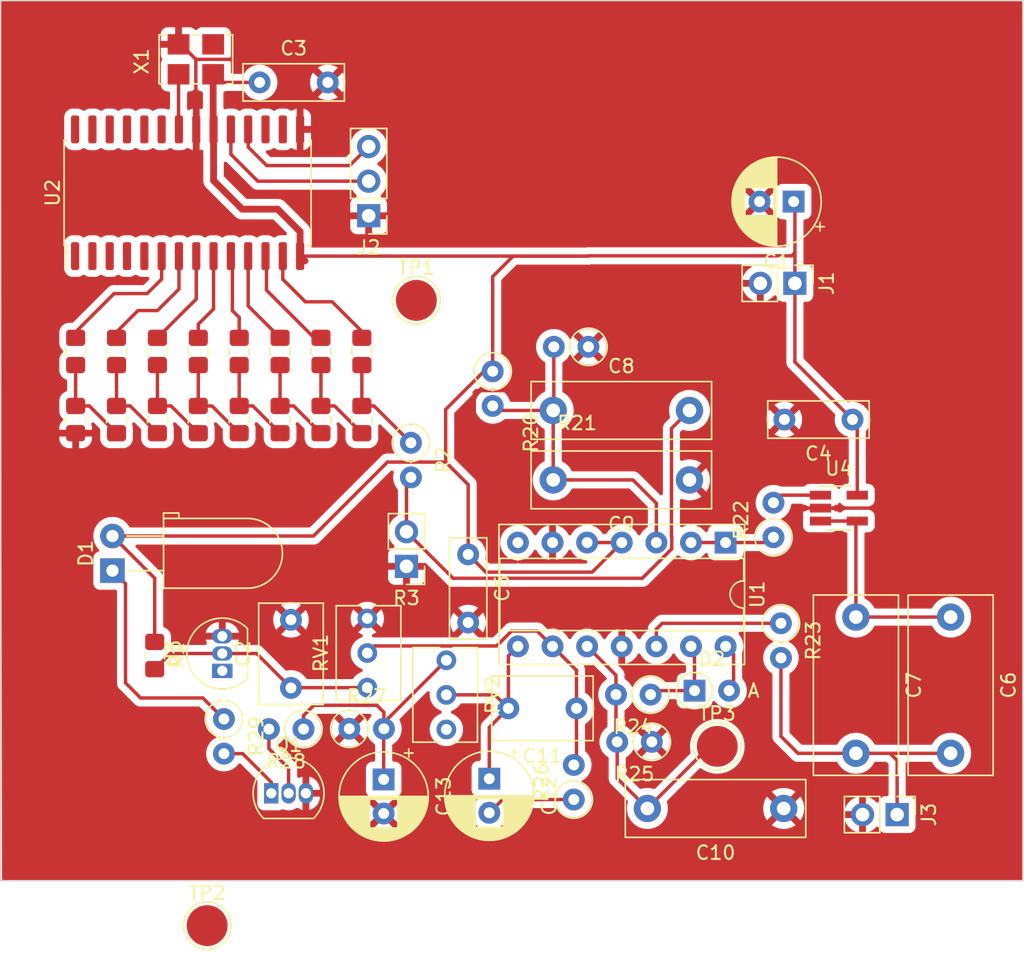
<source format=kicad_pcb>
(kicad_pcb (version 20221018) (generator pcbnew)
  (layers (0 "F.Cu" signal) (31 "B.Cu" signal) (34 "B.Paste" user) (35 "F.Paste" user) (36 "B.SilkS" user "B.Silkscreen") (37 "F.SilkS" user "F.Silkscreen") (38 "B.Mask" user) (39 "F.Mask" user) (44 "Edge.Cuts" user))
  (net 0 "")
  (net 1 "+3V0")
  (net 2 "GND")
  (net 3 "/Output Filter/IN")
  (net 4 "+1V2")
  (net 5 "Net-(D2-K)")
  (net 6 "/Autogain/OUT")
  (net 7 "Net-(D2-A)")
  (net 8 "Net-(J2-Pin_2)")
  (net 9 "Net-(J2-Pin_3)")
  (net 10 "/R-2R DAC/OUT")
  (net 11 "/R-2R DAC/BUS7")
  (net 12 "/R-2R DAC/BUS6")
  (net 13 "Net-(R11-Pad2)")
  (net 14 "/R-2R DAC/BUS5")
  (net 15 "Net-(R12-Pad2)")
  (net 16 "/R-2R DAC/BUS4")
  (net 17 "Net-(R13-Pad2)")
  (net 18 "/R-2R DAC/BUS3")
  (net 19 "Net-(R14-Pad2)")
  (net 20 "/R-2R DAC/BUS2")
  (net 21 "Net-(R15-Pad2)")
  (net 22 "/R-2R DAC/BUS1")
  (net 23 "Net-(R16-Pad2)")
  (net 24 "/R-2R DAC/BUS0")
  (net 25 "Net-(R10-Pad2)")
  (net 26 "Net-(U1A-+)")
  (net 27 "Net-(U4--)")
  (net 35 "Net-(U2-PA0)")
  (net 42 "/Output Filter/OUT")
  (net 45 "Net-(C11-Pad2)")
  (net 46 "Net-(Q1-C)")
  (net 47 "Net-(Q1-B)")
  (net 49 "Net-(U1C-+)")
  (net 50 "Net-(C12-Pad2)")
  (net 51 "Net-(C13-Pad1)")
  (net 52 "Net-(U1D-+)")
  (net 54 "Net-(U1A--)")
  (net 55 "/Autogain/IN")
  (net 56 "Net-(U1C--)")
  (footprint "Resistor_THT:R_Axial_DIN0207_L6.3mm_D2.5mm_P2.54mm_Vertical" (layer "F.Cu") (at 126.6 104.705 -90)
    (fp_text reference "R2" (at 1.27 -2.37 90) (layer "F.SilkS"))
    (fp_text value "5k")
    (pad "1" thru_hole circle (at 0 0 270) (size 1.6 1.6) (drill 0.8) (layers "*.Cu" "*.Mask") (net 10 "/R-2R DAC/OUT"))
    (pad "2" thru_hole oval (at 2.54 0 270) (size 1.6 1.6) (drill 0.8) (layers "*.Cu" "*.Mask") (net 3 "/Output Filter/IN"))
  )
  (footprint "Capacitor_THT:C_Rect_L7.2mm_W4.5mm_P5.00mm_FKS2_FKP2_MKS2_MKP2" (layer "F.Cu") (at 117.8 122.7 90)
    (fp_text reference "C2" (at 2.5 -3.5 90) (layer "F.SilkS"))
    (fp_text value "1u")
    (pad "1" thru_hole circle (at 0 0 90) (size 1.6 1.6) (drill 0.8) (layers "*.Cu" "*.Mask") (net 4 "+1V2"))
    (pad "2" thru_hole circle (at 5 0 90) (size 1.6 1.6) (drill 0.8) (layers "*.Cu" "*.Mask") (net 2 "GND"))
  )
  (footprint "Connector_PinHeader_2.54mm:PinHeader_1x02_P2.54mm_Vertical" (layer "F.Cu") (at 154.775 93 -90)
    (fp_text reference "J1" (at 0 -2.33 90) (layer "F.SilkS"))
    (fp_text value "POWER")
    (pad "1" thru_hole rect (at 0 0 270) (size 1.7 1.7) (drill 1) (layers "*.Cu" "*.Mask") (net 1 "+3V0"))
    (pad "2" thru_hole oval (at 0 2.54 270) (size 1.7 1.7) (drill 1) (layers "*.Cu" "*.Mask") (net 2 "GND"))
  )
  (footprint "Resistor_SMD:R_0805_2012Metric_Pad1.20x1.40mm_HandSolder" (layer "F.Cu") (at 120 98 -90)
    (fp_text reference "R5" hide)
    (fp_text value "2k")
    (pad "1" smd roundrect (at -1 0 270) (size 1.2 1.4) (layers "F.Cu" "F.Paste" "F.Mask") (roundrect_rratio 0.2083333333) (net 12 "/R-2R DAC/BUS6"))
    (pad "2" smd roundrect (at 1 0 270) (size 1.2 1.4) (layers "F.Cu" "F.Paste" "F.Mask") (roundrect_rratio 0.2083333333) (net 15 "Net-(R12-Pad2)"))
  )
  (footprint "Resistor_THT:R_Axial_DIN0207_L6.3mm_D2.5mm_P2.54mm_Vertical" (layer "F.Cu") (at 132.6 99.46 -90)
    (fp_text reference "R20" (at 4.5 -2.81 90) (layer "F.SilkS"))
    (fp_text value "100k")
    (pad "1" thru_hole circle (at 0 0 270) (size 1.6 1.6) (drill 0.8) (layers "*.Cu" "*.Mask") (net 1 "+3V0"))
    (pad "2" thru_hole oval (at 2.54 0 270) (size 1.6 1.6) (drill 0.8) (layers "*.Cu" "*.Mask") (net 26 "Net-(U1A-+)"))
  )
  (footprint "Package_TO_SOT_SMD:SOT-23-5_HandSoldering" (layer "F.Cu") (at 158 109.5)
    (fp_text reference "U4" (at 0 -2.9) (layer "F.SilkS"))
    (fp_text value "LMV321")
    (pad "1" smd rect (at -1.35 -0.95) (size 1.56 0.65) (layers "F.Cu" "F.Paste" "F.Mask") (net 42 "/Output Filter/OUT"))
    (pad "2" smd rect (at -1.35 0) (size 1.56 0.65) (layers "F.Cu" "F.Paste" "F.Mask") (net 2 "GND"))
    (pad "3" smd rect (at -1.35 0.95) (size 1.56 0.65) (layers "F.Cu" "F.Paste" "F.Mask") (net 27 "Net-(U4--)"))
    (pad "4" smd rect (at 1.35 0.95) (size 1.56 0.65) (layers "F.Cu" "F.Paste" "F.Mask") (net 27 "Net-(U4--)"))
    (pad "5" smd rect (at 1.35 -0.95) (size 1.56 0.65) (layers "F.Cu" "F.Paste" "F.Mask") (net 1 "+3V0"))
  )
  (footprint "Connector_PinHeader_2.54mm:PinHeader_1x02_P2.54mm_Vertical" (layer "F.Cu") (at 162.275 132 -90)
    (fp_text reference "J3" (at 0 -2.33 90) (layer "F.SilkS"))
    (fp_text value "OUTPUT")
    (pad "1" thru_hole rect (at 0 0 270) (size 1.7 1.7) (drill 1) (layers "*.Cu" "*.Mask") (net 55 "/Autogain/IN"))
    (pad "2" thru_hole oval (at 0 2.54 270) (size 1.7 1.7) (drill 1) (layers "*.Cu" "*.Mask") (net 2 "GND"))
  )
  (footprint "Resistor_THT:R_Axial_DIN0207_L6.3mm_D2.5mm_P2.54mm_Vertical" (layer "F.Cu") (at 118.72 125.725 180)
    (fp_text reference "R28" (at 1.27 -2.37) (layer "F.SilkS"))
    (fp_text value "100")
    (pad "1" thru_hole circle (at 0 0 180) (size 1.6 1.6) (drill 0.8) (layers "*.Cu" "*.Mask") (net 51 "Net-(C13-Pad1)"))
    (pad "2" thru_hole oval (at 2.54 0 180) (size 1.6 1.6) (drill 0.8) (layers "*.Cu" "*.Mask") (net 47 "Net-(Q1-B)"))
  )
  (footprint "Capacitor_THT:C_Rect_L13.0mm_W4.0mm_P10.00mm_FKS3_FKP3_MKS4" (layer "F.Cu") (at 137.04 102.33)
    (fp_text reference "C8" (at 5 -3.25) (layer "F.SilkS"))
    (fp_text value "10n")
    (pad "1" thru_hole circle (at 0 0) (size 2 2) (drill 1) (layers "*.Cu" "*.Mask") (net 26 "Net-(U1A-+)"))
    (pad "2" thru_hole circle (at 10 0) (size 2 2) (drill 1) (layers "*.Cu" "*.Mask") (net 3 "/Output Filter/IN"))
  )
  (footprint "Connector_PinHeader_2.54mm:PinHeader_1x02_P2.54mm_Vertical" (layer "F.Cu") (at 126.275 113.775 180)
    (fp_text reference "R3" (at 0 -2.33) (layer "F.SilkS"))
    (fp_text value "R_Photo")
    (pad "1" thru_hole rect (at 0 0 180) (size 1.7 1.7) (drill 1) (layers "*.Cu" "*.Mask") (net 2 "GND"))
    (pad "2" thru_hole oval (at 0 2.54 180) (size 1.7 1.7) (drill 1) (layers "*.Cu" "*.Mask") (net 3 "/Output Filter/IN"))
  )
  (footprint "Resistor_SMD:R_0805_2012Metric_Pad1.20x1.40mm_HandSolder" (layer "F.Cu") (at 114 103 -90)
    (fp_text reference "R15" hide)
    (fp_text value "1k")
    (pad "1" smd roundrect (at -1 0 270) (size 1.2 1.4) (layers "F.Cu" "F.Paste" "F.Mask") (roundrect_rratio 0.2083333333) (net 19 "Net-(R14-Pad2)"))
    (pad "2" smd roundrect (at 1 0 270) (size 1.2 1.4) (layers "F.Cu" "F.Paste" "F.Mask") (roundrect_rratio 0.2083333333) (net 21 "Net-(R15-Pad2)"))
  )
  (footprint "Capacitor_THT:C_Rect_L7.2mm_W4.5mm_P5.00mm_FKS2_FKP2_MKS2_MKP2" (layer "F.Cu") (at 138.75 124.2 180)
    (fp_text reference "C11" (at 2.5 -3.5) (layer "F.SilkS"))
    (fp_text value "1u")
    (pad "1" thru_hole circle (at 0 0 180) (size 1.6 1.6) (drill 0.8) (layers "*.Cu" "*.Mask") (net 56 "Net-(U1C--)"))
    (pad "2" thru_hole circle (at 5 0 180) (size 1.6 1.6) (drill 0.8) (layers "*.Cu" "*.Mask") (net 45 "Net-(C11-Pad2)"))
  )
  (footprint "Resistor_SMD:R_0805_2012Metric_Pad1.20x1.40mm_HandSolder" (layer "F.Cu") (at 111 98 -90)
    (fp_text reference "R8" hide)
    (fp_text value "2k")
    (pad "1" smd roundrect (at -1 0 270) (size 1.2 1.4) (layers "F.Cu" "F.Paste" "F.Mask") (roundrect_rratio 0.2083333333) (net 18 "/R-2R DAC/BUS3"))
    (pad "2" smd roundrect (at 1 0 270) (size 1.2 1.4) (layers "F.Cu" "F.Paste" "F.Mask") (roundrect_rratio 0.2083333333) (net 21 "Net-(R15-Pad2)"))
  )
  (footprint "Capacitor_THT:C_Rect_L13.0mm_W4.0mm_P10.00mm_FKS3_FKP3_MKS4" (layer "F.Cu") (at 153.95 131.55 180)
    (fp_text reference "C10" (at 5 -3.25) (layer "F.SilkS"))
    (fp_text value "10n")
    (pad "1" thru_hole circle (at 0 0 180) (size 2 2) (drill 1) (layers "*.Cu" "*.Mask") (net 2 "GND"))
    (pad "2" thru_hole circle (at 10 0 180) (size 2 2) (drill 1) (layers "*.Cu" "*.Mask") (net 49 "Net-(U1C-+)"))
  )
  (footprint "LED_THT:LED_D5.0mm_Horizontal_O3.81mm_Z3.0mm" (layer "F.Cu") (at 104.7 114.09 90)
    (fp_text reference "D1" (at 1.27 -1.96 90) (layer "F.SilkS"))
    (fp_text value "LED")
    (pad "1" thru_hole rect (at 0 0 90) (size 1.8 1.8) (drill 0.9) (layers "*.Cu" "*.Mask") (net 6 "/Autogain/OUT"))
    (pad "2" thru_hole circle (at 2.54 0 90) (size 1.8 1.8) (drill 0.9) (layers "*.Cu" "*.Mask") (net 1 "+3V0"))
  )
  (footprint "Resistor_SMD:R_0805_2012Metric_Pad1.20x1.40mm_HandSolder" (layer "F.Cu") (at 114 98 -90)
    (fp_text reference "R7" hide)
    (fp_text value "2k")
    (pad "1" smd roundrect (at -1 0 270) (size 1.2 1.4) (layers "F.Cu" "F.Paste" "F.Mask") (roundrect_rratio 0.2083333333) (net 16 "/R-2R DAC/BUS4"))
    (pad "2" smd roundrect (at 1 0 270) (size 1.2 1.4) (layers "F.Cu" "F.Paste" "F.Mask") (roundrect_rratio 0.2083333333) (net 19 "Net-(R14-Pad2)"))
  )
  (footprint "Resistor_THT:R_Axial_DIN0207_L6.3mm_D2.5mm_P2.54mm_Vertical" (layer "F.Cu") (at 112.88 124.985 -90)
    (fp_text reference "R29" (at 1.27 -2.37 90) (layer "F.SilkS"))
    (fp_text value "100")
    (pad "1" thru_hole circle (at 0 0 270) (size 1.6 1.6) (drill 0.8) (layers "*.Cu" "*.Mask") (net 6 "/Autogain/OUT"))
    (pad "2" thru_hole oval (at 2.54 0 270) (size 1.6 1.6) (drill 0.8) (layers "*.Cu" "*.Mask") (net 46 "Net-(Q1-C)"))
  )
  (footprint "Resistor_THT:R_Axial_DIN0207_L6.3mm_D2.5mm_P2.54mm_Vertical" (layer "F.Cu") (at 138.55 130.895 90)
    (fp_text reference "R26" (at 1.27 -2.37 90) (layer "F.SilkS"))
    (fp_text value "10k")
    (pad "1" thru_hole circle (at 0 0 90) (size 1.6 1.6) (drill 0.8) (layers "*.Cu" "*.Mask") (net 50 "Net-(C12-Pad2)"))
    (pad "2" thru_hole oval (at 2.54 0 90) (size 1.6 1.6) (drill 0.8) (layers "*.Cu" "*.Mask") (net 56 "Net-(U1C--)"))
  )
  (footprint "Resistor_SMD:R_0805_2012Metric_Pad1.20x1.40mm_HandSolder" (layer "F.Cu") (at 105 103 -90)
    (fp_text reference "R18" hide)
    (fp_text value "1k")
    (pad "1" smd roundrect (at -1 0 270) (size 1.2 1.4) (layers "F.Cu" "F.Paste" "F.Mask") (roundrect_rratio 0.2083333333) (net 25 "Net-(R10-Pad2)"))
    (pad "2" smd roundrect (at 1 0 270) (size 1.2 1.4) (layers "F.Cu" "F.Paste" "F.Mask") (roundrect_rratio 0.2083333333) (net 13 "Net-(R11-Pad2)"))
  )
  (footprint "Resistor_SMD:R_0805_2012Metric_Pad1.20x1.40mm_HandSolder" (layer "F.Cu") (at 111 103 -90)
    (fp_text reference "R16" hide)
    (fp_text value "1k")
    (pad "1" smd roundrect (at -1 0 270) (size 1.2 1.4) (layers "F.Cu" "F.Paste" "F.Mask") (roundrect_rratio 0.2083333333) (net 21 "Net-(R15-Pad2)"))
    (pad "2" smd roundrect (at 1 0 270) (size 1.2 1.4) (layers "F.Cu" "F.Paste" "F.Mask") (roundrect_rratio 0.2083333333) (net 23 "Net-(R16-Pad2)"))
  )
  (footprint "Resistor_THT:R_Axial_DIN0207_L6.3mm_D2.5mm_P2.54mm_Vertical" (layer "F.Cu") (at 139.625 97.66 180)
    (fp_text reference "R21" (at 0.83 -5.6) (layer "F.SilkS"))
    (fp_text value "100k")
    (pad "1" thru_hole circle (at 0 0 180) (size 1.6 1.6) (drill 0.8) (layers "*.Cu" "*.Mask") (net 2 "GND"))
    (pad "2" thru_hole oval (at 2.54 0 180) (size 1.6 1.6) (drill 0.8) (layers "*.Cu" "*.Mask") (net 26 "Net-(U1A-+)"))
  )
  (footprint "Resistor_THT:R_Axial_DIN0207_L6.3mm_D2.5mm_P2.54mm_Vertical" (layer "F.Cu") (at 153.2 111.645 90)
    (fp_text reference "R22" (at 1.27 -2.37 90) (layer "F.SilkS"))
    (fp_text value "100")
    (pad "1" thru_hole circle (at 0 0 90) (size 1.6 1.6) (drill 0.8) (layers "*.Cu" "*.Mask") (net 54 "Net-(U1A--)"))
    (pad "2" thru_hole oval (at 2.54 0 90) (size 1.6 1.6) (drill 0.8) (layers "*.Cu" "*.Mask") (net 42 "/Output Filter/OUT"))
  )
  (footprint "Resistor_SMD:R_0805_2012Metric_Pad1.20x1.40mm_HandSolder" (layer "F.Cu") (at 107.8 120.325 -90)
    (fp_text reference "R1" (at 0 -1.65 90) (layer "F.SilkS"))
    (fp_text value "1k")
    (pad "1" smd roundrect (at -1 0 270) (size 1.2 1.4) (layers "F.Cu" "F.Paste" "F.Mask") (roundrect_rratio 0.208333) (net 1 "+3V0"))
    (pad "2" smd roundrect (at 1 0 270) (size 1.2 1.4) (layers "F.Cu" "F.Paste" "F.Mask") (roundrect_rratio 0.208333) (net 4 "+1V2"))
  )
  (footprint "Resistor_SMD:R_0805_2012Metric_Pad1.20x1.40mm_HandSolder" (layer "F.Cu") (at 120 103 -90)
    (fp_text reference "R13" hide)
    (fp_text value "1k")
    (pad "1" smd roundrect (at -1 0 270) (size 1.2 1.4) (layers "F.Cu" "F.Paste" "F.Mask") (roundrect_rratio 0.2083333333) (net 15 "Net-(R12-Pad2)"))
    (pad "2" smd roundrect (at 1 0 270) (size 1.2 1.4) (layers "F.Cu" "F.Paste" "F.Mask") (roundrect_rratio 0.2083333333) (net 17 "Net-(R13-Pad2)"))
  )
  (footprint "Capacitor_THT:C_Rect_L13.0mm_W4.0mm_P10.00mm_FKS3_FKP3_MKS4" (layer "F.Cu") (at 147.04 107.43 180)
    (fp_text reference "C9" (at 5 -3.25) (layer "F.SilkS"))
    (fp_text value "10n")
    (pad "1" thru_hole circle (at 0 0 180) (size 2 2) (drill 1) (layers "*.Cu" "*.Mask") (net 2 "GND"))
    (pad "2" thru_hole circle (at 10 0 180) (size 2 2) (drill 1) (layers "*.Cu" "*.Mask") (net 26 "Net-(U1A-+)"))
  )
  (footprint "Resistor_SMD:R_0805_2012Metric_Pad1.20x1.40mm_HandSolder" (layer "F.Cu") (at 117 103 -90)
    (fp_text reference "R14" hide)
    (fp_text value "1k")
    (pad "1" smd roundrect (at -1 0 270) (size 1.2 1.4) (layers "F.Cu" "F.Paste" "F.Mask") (roundrect_rratio 0.2083333333) (net 17 "Net-(R13-Pad2)"))
    (pad "2" smd roundrect (at 1 0 270) (size 1.2 1.4) (layers "F.Cu" "F.Paste" "F.Mask") (roundrect_rratio 0.2083333333) (net 19 "Net-(R14-Pad2)"))
  )
  (footprint "Capacitor_THT:C_Rect_L7.2mm_W2.5mm_P5.00mm_FKS2_FKP2_MKS2_MKP2" (layer "F.Cu") (at 115.5 78.25)
    (fp_text reference "C3" (at 2.5 -2.5) (layer "F.SilkS"))
    (fp_text value "100n")
    (pad "1" thru_hole circle (at 0 0) (size 1.6 1.6) (drill 0.8) (layers "*.Cu" "*.Mask") (net 1 "+3V0"))
    (pad "2" thru_hole circle (at 5 0) (size 1.6 1.6) (drill 0.8) (layers "*.Cu" "*.Mask") (net 2 "GND"))
  )
  (footprint "Capacitor_THT:C_Rect_L13.0mm_W6.0mm_P10.00mm_FKS3_FKP3_MKS4" (layer "F.Cu") (at 159.25 117.5 -90)
    (fp_text reference "C7" (at 5 -4.25 90) (layer "F.SilkS"))
    (fp_text value "100n")
    (pad "1" thru_hole circle (at 0 0 270) (size 2 2) (drill 1) (layers "*.Cu" "*.Mask") (net 27 "Net-(U4--)"))
    (pad "2" thru_hole circle (at 10 0 270) (size 2 2) (drill 1) (layers "*.Cu" "*.Mask") (net 55 "/Autogain/IN"))
  )
  (footprint "Connector_PinHeader_2.54mm:PinHeader_1x03_P2.54mm_Vertical" (layer "F.Cu") (at 123.5 88.04 180)
    (fp_text reference "J2" (at 0 -2.33) (layer "F.SilkS"))
    (fp_text value "PROG")
    (pad "1" thru_hole rect (at 0 0 180) (size 1.7 1.7) (drill 1) (layers "*.Cu" "*.Mask") (net 2 "GND"))
    (pad "2" thru_hole oval (at 0 2.54 180) (size 1.7 1.7) (drill 1) (layers "*.Cu" "*.Mask") (net 8 "Net-(J2-Pin_2)"))
    (pad "3" thru_hole oval (at 0 5.08 180) (size 1.7 1.7) (drill 1) (layers "*.Cu" "*.Mask") (net 9 "Net-(J2-Pin_3)"))
  )
  (footprint "Potentiometer_THT:Potentiometer_Bourns_3266Y_Vertical" (layer "F.Cu") (at 129.2 125.75 -90)
    (fp_text reference "RV2" (at -2.54 -3.41 90) (layer "F.SilkS"))
    (fp_text value "10k")
    (pad "1" thru_hole circle (at 0 0 270) (size 1.44 1.44) (drill 0.8) (layers "*.Cu" "*.Mask"))
    (pad "2" thru_hole circle (at -2.54 0 270) (size 1.44 1.44) (drill 0.8) (layers "*.Cu" "*.Mask") (net 45 "Net-(C11-Pad2)"))
    (pad "3" thru_hole circle (at -5.08 0 270) (size 1.44 1.44) (drill 0.8) (layers "*.Cu" "*.Mask") (net 51 "Net-(C13-Pad1)"))
  )
  (footprint "TestPoint:TestPoint_Pad_D3.0mm" (layer "F.Cu") (at 149.08 126.99)
    (fp_text reference "TP3" (at 0 -2.398) (layer "F.SilkS"))
    (fp_text value "TestPoint")
    (pad "1" smd circle (at 0 0) (size 3 3) (layers "F.Cu" "F.Mask") (net 49 "Net-(U1C-+)"))
  )
  (footprint "Resistor_SMD:R_0805_2012Metric_Pad1.20x1.40mm_HandSolder" (layer "F.Cu") (at 123 103 -90)
    (fp_text reference "R12" hide)
    (fp_text value "1k")
    (pad "1" smd roundrect (at -1 0 270) (size 1.2 1.4) (layers "F.Cu" "F.Paste" "F.Mask") (roundrect_rratio 0.2083333333) (net 10 "/R-2R DAC/OUT"))
    (pad "2" smd roundrect (at 1 0 270) (size 1.2 1.4) (layers "F.Cu" "F.Paste" "F.Mask") (roundrect_rratio 0.2083333333) (net 15 "Net-(R12-Pad2)"))
  )
  (footprint "Resistor_SMD:R_0805_2012Metric_Pad1.20x1.40mm_HandSolder" (layer "F.Cu") (at 123 98 -90)
    (fp_text reference "R4" hide)
    (fp_text value "2k")
    (pad "1" smd roundrect (at -1 0 270) (size 1.2 1.4) (layers "F.Cu" "F.Paste" "F.Mask") (roundrect_rratio 0.2083333333) (net 11 "/R-2R DAC/BUS7"))
    (pad "2" smd roundrect (at 1 0 270) (size 1.2 1.4) (layers "F.Cu" "F.Paste" "F.Mask") (roundrect_rratio 0.2083333333) (net 10 "/R-2R DAC/OUT"))
  )
  (footprint "Resistor_THT:R_Axial_DIN0207_L6.3mm_D2.5mm_P2.54mm_Vertical" (layer "F.Cu") (at 122.08 125.7)
    (fp_text reference "R27" (at 1.27 -2.37) (layer "F.SilkS"))
    (fp_text value "1M")
    (pad "1" thru_hole circle (at 0 0) (size 1.6 1.6) (drill 0.8) (layers "*.Cu" "*.Mask") (net 2 "GND"))
    (pad "2" thru_hole oval (at 2.54 0) (size 1.6 1.6) (drill 0.8) (layers "*.Cu" "*.Mask") (net 51 "Net-(C13-Pad1)"))
  )
  (footprint "Resistor_SMD:R_0805_2012Metric_Pad1.20x1.40mm_HandSolder" (layer "F.Cu") (at 108 98 -90)
    (fp_text reference "R9" hide)
    (fp_text value "2k")
    (pad "1" smd roundrect (at -1 0 270) (size 1.2 1.4) (layers "F.Cu" "F.Paste" "F.Mask") (roundrect_rratio 0.2083333333) (net 20 "/R-2R DAC/BUS2"))
    (pad "2" smd roundrect (at 1 0 270) (size 1.2 1.4) (layers "F.Cu" "F.Paste" "F.Mask") (roundrect_rratio 0.2083333333) (net 23 "Net-(R16-Pad2)"))
  )
  (footprint "Resistor_SMD:R_0805_2012Metric_Pad1.20x1.40mm_HandSolder" (layer "F.Cu") (at 117 98 -90)
    (fp_text reference "R6" hide)
    (fp_text value "2k")
    (pad "1" smd roundrect (at -1 0 270) (size 1.2 1.4) (layers "F.Cu" "F.Paste" "F.Mask") (roundrect_rratio 0.2083333333) (net 14 "/R-2R DAC/BUS5"))
    (pad "2" smd roundrect (at 1 0 270) (size 1.2 1.4) (layers "F.Cu" "F.Paste" "F.Mask") (roundrect_rratio 0.2083333333) (net 17 "Net-(R13-Pad2)"))
  )
  (footprint "Resistor_SMD:R_0805_2012Metric_Pad1.20x1.40mm_HandSolder" (layer "F.Cu") (at 102 103 -90)
    (fp_text reference "R19" hide)
    (fp_text value "2k")
    (pad "1" smd roundrect (at -1 0 270) (size 1.2 1.4) (layers "F.Cu" "F.Paste" "F.Mask") (roundrect_rratio 0.2083333333) (net 13 "Net-(R11-Pad2)"))
    (pad "2" smd roundrect (at 1 0 270) (size 1.2 1.4) (layers "F.Cu" "F.Paste" "F.Mask") (roundrect_rratio 0.2083333333) (net 2 "GND"))
  )
  (footprint "Resistor_SMD:R_0805_2012Metric_Pad1.20x1.40mm_HandSolder" (layer "F.Cu") (at 102 98 -90)
    (fp_text reference "R11" hide)
    (fp_text value "2k")
    (pad "1" smd roundrect (at -1 0 270) (size 1.2 1.4) (layers "F.Cu" "F.Paste" "F.Mask") (roundrect_rratio 0.2083333333) (net 24 "/R-2R DAC/BUS0"))
    (pad "2" smd roundrect (at 1 0 270) (size 1.2 1.4) (layers "F.Cu" "F.Paste" "F.Mask") (roundrect_rratio 0.2083333333) (net 13 "Net-(R11-Pad2)"))
  )
  (footprint "Capacitor_THT:CP_Radial_D6.3mm_P2.50mm" (layer "F.Cu") (at 132.35 129.367621 -90)
    (fp_text reference "C12" (at 1.25 -4.4 90) (layer "F.SilkS"))
    (fp_text value "22u")
    (pad "1" thru_hole rect (at 0 0 270) (size 1.6 1.6) (drill 0.8) (layers "*.Cu" "*.Mask") (net 45 "Net-(C11-Pad2)"))
    (pad "2" thru_hole circle (at 2.5 0 270) (size 1.6 1.6) (drill 0.8) (layers "*.Cu" "*.Mask") (net 50 "Net-(C12-Pad2)"))
  )
  (footprint "Capacitor_THT:C_Rect_L7.2mm_W2.5mm_P5.00mm_FKS2_FKP2_MKS2_MKP2" (layer "F.Cu") (at 159 103 180)
    (fp_text reference "C4" (at 2.5 -2.5) (layer "F.SilkS"))
    (fp_text value "100n")
    (pad "1" thru_hole circle (at 0 0 180) (size 1.6 1.6) (drill 0.8) (layers "*.Cu" "*.Mask") (net 1 "+3V0"))
    (pad "2" thru_hole circle (at 5 0 180) (size 1.6 1.6) (drill 0.8) (layers "*.Cu" "*.Mask") (net 2 "GND"))
  )
  (footprint "Package_SO:SOIC-28W_7.5x17.9mm_P1.27mm" (layer "F.Cu") (at 110.215 86.35 90)
    (fp_text reference "U2" (at 0 -9.9 90) (layer "F.SilkS"))
    (fp_text value "AVR32DA28x-xSO")
    (pad "1" smd roundrect (at -4.65 -8.255 90) (size 2.05 0.6) (layers "F.Cu" "F.Paste" "F.Mask"))
    (pad "2" smd roundrect (at -4.65 -6.985 90) (size 2.05 0.6) (layers "F.Cu" "F.Paste" "F.Mask"))
    (pad "3" smd roundrect (at -4.65 -5.715 90) (size 2.05 0.6) (layers "F.Cu" "F.Paste" "F.Mask"))
    (pad "4" smd roundrect (at -4.65 -4.445 90) (size 2.05 0.6) (layers "F.Cu" "F.Paste" "F.Mask"))
    (pad "5" smd roundrect (at -4.65 -3.175 90) (size 2.05 0.6) (layers "F.Cu" "F.Paste" "F.Mask"))
    (pad "6" smd roundrect (at -4.65 -1.905 90) (size 2.05 0.6) (layers "F.Cu" "F.Paste" "F.Mask") (net 24 "/R-2R DAC/BUS0"))
    (pad "7" smd roundrect (at -4.65 -0.635 90) (size 2.05 0.6) (layers "F.Cu" "F.Paste" "F.Mask") (net 22 "/R-2R DAC/BUS1"))
    (pad "8" smd roundrect (at -4.65 0.635 90) (size 2.05 0.6) (layers "F.Cu" "F.Paste" "F.Mask") (net 20 "/R-2R DAC/BUS2"))
    (pad "9" smd roundrect (at -4.65 1.905 90) (size 2.05 0.6) (layers "F.Cu" "F.Paste" "F.Mask") (net 18 "/R-2R DAC/BUS3"))
    (pad "10" smd roundrect (at -4.65 3.175 90) (size 2.05 0.6) (layers "F.Cu" "F.Paste" "F.Mask") (net 16 "/R-2R DAC/BUS4"))
    (pad "11" smd roundrect (at -4.65 4.445 90) (size 2.05 0.6) (layers "F.Cu" "F.Paste" "F.Mask") (net 14 "/R-2R DAC/BUS5"))
    (pad "12" smd roundrect (at -4.65 5.715 90) (size 2.05 0.6) (layers "F.Cu" "F.Paste" "F.Mask") (net 12 "/R-2R DAC/BUS6"))
    (pad "13" smd roundrect (at -4.65 6.985 90) (size 2.05 0.6) (layers "F.Cu" "F.Paste" "F.Mask") (net 11 "/R-2R DAC/BUS7"))
    (pad "14" smd roundrect (at -4.65 8.255 90) (size 2.05 0.6) (layers "F.Cu" "F.Paste" "F.Mask") (net 1 "+3V0"))
    (pad "15" smd roundrect (at 4.65 8.255 90) (size 2.05 0.6) (layers "F.Cu" "F.Paste" "F.Mask") (net 2 "GND"))
    (pad "16" smd roundrect (at 4.65 6.985 90) (size 2.05 0.6) (layers "F.Cu" "F.Paste" "F.Mask"))
    (pad "17" smd roundrect (at 4.65 5.715 90) (size 2.05 0.6) (layers "F.Cu" "F.Paste" "F.Mask"))
    (pad "18" smd roundrect (at 4.65 4.445 90) (size 2.05 0.6) (layers "F.Cu" "F.Paste" "F.Mask") (net 9 "Net-(J2-Pin_3)"))
    (pad "19" smd roundrect (at 4.65 3.175 90) (size 2.05 0.6) (layers "F.Cu" "F.Paste" "F.Mask") (net 8 "Net-(J2-Pin_2)"))
    (pad "20" smd roundrect (at 4.65 1.905 90) (size 2.05 0.6) (layers "F.Cu" "F.Paste" "F.Mask") (net 1 "+3V0"))
    (pad "21" smd roundrect (at 4.65 0.635 90) (size 2.05 0.6) (layers "F.Cu" "F.Paste" "F.Mask") (net 2 "GND"))
    (pad "22" smd roundrect (at 4.65 -0.635 90) (size 2.05 0.6) (layers "F.Cu" "F.Paste" "F.Mask") (net 35 "Net-(U2-PA0)"))
    (pad "23" smd roundrect (at 4.65 -1.905 90) (size 2.05 0.6) (layers "F.Cu" "F.Paste" "F.Mask"))
    (pad "24" smd roundrect (at 4.65 -3.175 90) (size 2.05 0.6) (layers "F.Cu" "F.Paste" "F.Mask"))
    (pad "25" smd roundrect (at 4.65 -4.445 90) (size 2.05 0.6) (layers "F.Cu" "F.Paste" "F.Mask"))
    (pad "26" smd roundrect (at 4.65 -5.715 90) (size 2.05 0.6) (layers "F.Cu" "F.Paste" "F.Mask"))
    (pad "27" smd roundrect (at 4.65 -6.985 90) (size 2.05 0.6) (layers "F.Cu" "F.Paste" "F.Mask"))
    (pad "28" smd roundrect (at 4.65 -8.255 90) (size 2.05 0.6) (layers "F.Cu" "F.Paste" "F.Mask"))
  )
  (footprint "Package_DIP:DIP-14_W7.62mm_Socket" (layer "F.Cu") (at 149.69 112.03 -90)
    (fp_text reference "U1" (at 3.81 -2.33 90) (layer "F.SilkS"))
    (fp_text value "MCP6004")
    (pad "1" thru_hole rect (at 0 0 270) (size 1.6 1.6) (drill 0.8) (layers "*.Cu" "*.Mask") (net 54 "Net-(U1A--)"))
    (pad "2" thru_hole oval (at 0 2.54 270) (size 1.6 1.6) (drill 0.8) (layers "*.Cu" "*.Mask") (net 54 "Net-(U1A--)"))
    (pad "3" thru_hole oval (at 0 5.08 270) (size 1.6 1.6) (drill 0.8) (layers "*.Cu" "*.Mask") (net 26 "Net-(U1A-+)"))
    (pad "4" thru_hole oval (at 0 7.62 270) (size 1.6 1.6) (drill 0.8) (layers "*.Cu" "*.Mask") (net 1 "+3V0"))
    (pad "5" thru_hole oval (at 0 10.16 270) (size 1.6 1.6) (drill 0.8) (layers "*.Cu" "*.Mask") (net 1 "+3V0"))
    (pad "6" thru_hole oval (at 0 12.7 270) (size 1.6 1.6) (drill 0.8) (layers "*.Cu" "*.Mask") (net 2 "GND"))
    (pad "7" thru_hole oval (at 0 15.24 270) (size 1.6 1.6) (drill 0.8) (layers "*.Cu" "*.Mask"))
    (pad "8" thru_hole oval (at 7.62 15.24 270) (size 1.6 1.6) (drill 0.8) (layers "*.Cu" "*.Mask") (net 45 "Net-(C11-Pad2)"))
    (pad "9" thru_hole oval (at 7.62 12.7 270) (size 1.6 1.6) (drill 0.8) (layers "*.Cu" "*.Mask") (net 56 "Net-(U1C--)"))
    (pad "10" thru_hole oval (at 7.62 10.16 270) (size 1.6 1.6) (drill 0.8) (layers "*.Cu" "*.Mask") (net 49 "Net-(U1C-+)"))
    (pad "11" thru_hole oval (at 7.62 7.62 270) (size 1.6 1.6) (drill 0.8) (layers "*.Cu" "*.Mask") (net 2 "GND"))
    (pad "12" thru_hole oval (at 7.62 5.08 270) (size 1.6 1.6) (drill 0.8) (layers "*.Cu" "*.Mask") (net 52 "Net-(U1D-+)"))
    (pad "13" thru_hole oval (at 7.62 2.54 270) (size 1.6 1.6) (drill 0.8) (layers "*.Cu" "*.Mask") (net 5 "Net-(D2-K)"))
    (pad "14" thru_hole oval (at 7.62 0 270) (size 1.6 1.6) (drill 0.8) (layers "*.Cu" "*.Mask") (net 7 "Net-(D2-A)"))
  )
  (footprint "Resistor_SMD:R_0805_2012Metric_Pad1.20x1.40mm_HandSolder" (layer "F.Cu") (at 108 103 -90)
    (fp_text reference "R17" hide)
    (fp_text value "1k")
    (pad "1" smd roundrect (at -1 0 270) (size 1.2 1.4) (layers "F.Cu" "F.Paste" "F.Mask") (roundrect_rratio 0.2083333333) (net 23 "Net-(R16-Pad2)"))
    (pad "2" smd roundrect (at 1 0 270) (size 1.2 1.4) (layers "F.Cu" "F.Paste" "F.Mask") (roundrect_rratio 0.2083333333) (net 25 "Net-(R10-Pad2)"))
  )
  (footprint "TestPoint:TestPoint_Pad_D3.0mm" (layer "F.Cu") (at 127 94.25)
    (fp_text reference "TP1" (at 0 -2.398) (layer "F.SilkS"))
    (fp_text value "TestPoint")
    (pad "1" smd circle (at 0 0) (size 3 3) (layers "F.Cu" "F.Mask") (net 10 "/R-2R DAC/OUT"))
  )
  (footprint "Resistor_THT:R_Axial_DIN0207_L6.3mm_D2.5mm_P2.54mm_Vertical" (layer "F.Cu") (at 144.185 123.19 180)
    (fp_text reference "R24" (at 1.27 -2.37) (layer "F.SilkS"))
    (fp_text value "100")
    (pad "1" thru_hole circle (at 0 0 180) (size 1.6 1.6) (drill 0.8) (layers "*.Cu" "*.Mask") (net 5 "Net-(D2-K)"))
    (pad "2" thru_hole oval (at 2.54 0 180) (size 1.6 1.6) (drill 0.8) (layers "*.Cu" "*.Mask") (net 49 "Net-(U1C-+)"))
  )
  (footprint "Capacitor_THT:CP_Radial_D6.3mm_P2.50mm" (layer "F.Cu") (at 124.6 129.41762 -90)
    (fp_text reference "C13" (at 1.25 -4.4 90) (layer "F.SilkS"))
    (fp_text value "100u")
    (pad "1" thru_hole rect (at 0 0 270) (size 1.6 1.6) (drill 0.8) (layers "*.Cu" "*.Mask") (net 51 "Net-(C13-Pad1)"))
    (pad "2" thru_hole circle (at 2.5 0 270) (size 1.6 1.6) (drill 0.8) (layers "*.Cu" "*.Mask") (net 2 "GND"))
  )
  (footprint "Resistor_SMD:R_0805_2012Metric_Pad1.20x1.40mm_HandSolder" (layer "F.Cu") (at 105 98 -90)
    (fp_text reference "R10" hide)
    (fp_text value "2k")
    (pad "1" smd roundrect (at -1 0 270) (size 1.2 1.4) (layers "F.Cu" "F.Paste" "F.Mask") (roundrect_rratio 0.2083333333) (net 22 "/R-2R DAC/BUS1"))
    (pad "2" smd roundrect (at 1 0 270) (size 1.2 1.4) (layers "F.Cu" "F.Paste" "F.Mask") (roundrect_rratio 0.2083333333) (net 25 "Net-(R10-Pad2)"))
  )
  (footprint "Capacitor_THT:CP_Radial_D6.3mm_P2.50mm" (layer "F.Cu") (at 154.682379 87 180)
    (fp_text reference "C1" (at 1.25 -4.4) (layer "F.SilkS"))
    (fp_text value "100u")
    (pad "1" thru_hole rect (at 0 0 180) (size 1.6 1.6) (drill 0.8) (layers "*.Cu" "*.Mask") (net 1 "+3V0"))
    (pad "2" thru_hole circle (at 2.5 0 180) (size 1.6 1.6) (drill 0.8) (layers "*.Cu" "*.Mask") (net 2 "GND"))
  )
  (footprint "TestPoint:TestPoint_Pad_D3.0mm" (layer "F.Cu") (at 111.65 140.15)
    (fp_text reference "TP2" (at 0 -2.398) (layer "F.SilkS"))
    (fp_text value "TestPoint")
    (pad "1" smd circle (at 0 0) (size 3 3) (layers "F.Cu" "F.Mask") (net 51 "Net-(C13-Pad1)"))
  )
  (footprint "Oscillator:Oscillator_SMD_SeikoEpson_SG8002LB-4Pin_5.0x3.2mm" (layer "F.Cu") (at 110.82 76.555 180)
    (fp_text reference "X1" (at 3.98 -0.15 90) (layer "F.SilkS"))
    (fp_text value "SG-5032CAN" hide)
    (pad "1" smd rect (at -1.27 1.1 180) (size 1.6 1.5) (layers "F.Cu" "F.Paste" "F.Mask"))
    (pad "2" smd rect (at 1.27 1.1 180) (size 1.6 1.5) (layers "F.Cu" "F.Paste" "F.Mask") (net 2 "GND"))
    (pad "3" smd rect (at 1.27 -1.1 180) (size 1.6 1.5) (layers "F.Cu" "F.Paste" "F.Mask") (net 35 "Net-(U2-PA0)"))
    (pad "4" smd rect (at -1.27 -1.1 180) (size 1.6 1.5) (layers "F.Cu" "F.Paste" "F.Mask") (net 1 "+3V0"))
  )
  (footprint "Capacitor_THT:C_Rect_L7.2mm_W2.5mm_P5.00mm_FKS2_FKP2_MKS2_MKP2" (layer "F.Cu") (at 130.8 112.9 -90)
    (fp_text reference "C5" (at 2.5 -2.5 90) (layer "F.SilkS"))
    (fp_text value "100n")
    (pad "1" thru_hole circle (at 0 0 270) (size 1.6 1.6) (drill 0.8) (layers "*.Cu" "*.Mask") (net 1 "+3V0"))
    (pad "2" thru_hole circle (at 5 0 270) (size 1.6 1.6) (drill 0.8) (layers "*.Cu" "*.Mask") (net 2 "GND"))
  )
  (footprint "Diode_THT:D_DO-35_SOD27_P2.54mm_Vertical_AnodeUp" (layer "F.Cu") (at 147.405686 122.9)
    (fp_text reference "D2" (at 1.27 -2.326371) (layer "F.SilkS"))
    (fp_text value "1N6263")
    (fp_text user "A" (at 4.34 0) (layer "F.SilkS"))
    (pad "1" thru_hole rect (at 0 0) (size 1.6 1.6) (drill 0.8) (layers "*.Cu" "*.Mask") (net 5 "Net-(D2-K)"))
    (pad "2" thru_hole oval (at 2.54 0) (size 1.6 1.6) (drill 0.8) (layers "*.Cu" "*.Mask") (net 7 "Net-(D2-A)"))
  )
  (footprint "Resistor_THT:R_Axial_DIN0207_L6.3mm_D2.5mm_P2.54mm_Vertical" (layer "F.Cu") (at 144.275 126.66 180)
    (fp_text reference "R25" (at 1.27 -2.37) (layer "F.SilkS"))
    (fp_text value "1M")
    (pad "1" thru_hole circle (at 0 0 180) (size 1.6 1.6) (drill 0.8) (layers "*.Cu" "*.Mask") (net 2 "GND"))
    (pad "2" thru_hole oval (at 2.54 0 180) (size 1.6 1.6) (drill 0.8) (layers "*.Cu" "*.Mask") (net 49 "Net-(U1C-+)"))
  )
  (footprint "Resistor_THT:R_Axial_DIN0207_L6.3mm_D2.5mm_P2.54mm_Vertical" (layer "F.Cu") (at 153.75 117.955 -90)
    (fp_text reference "R23" (at 1.27 -2.37 90) (layer "F.SilkS"))
    (fp_text value "1M")
    (pad "1" thru_hole circle (at 0 0 270) (size 1.6 1.6) (drill 0.8) (layers "*.Cu" "*.Mask") (net 52 "Net-(U1D-+)"))
    (pad "2" thru_hole oval (at 2.54 0 270) (size 1.6 1.6) (drill 0.8) (layers "*.Cu" "*.Mask") (net 55 "/Autogain/IN"))
  )
  (footprint "Package_TO_SOT_THT:TO-92_Inline" (layer "F.Cu") (at 116.355 130.435)
    (fp_text reference "Q1" (at 1.27 -3.56) (layer "F.SilkS"))
    (fp_text value "BC547")
    (pad "1" thru_hole rect (at 0 0) (size 1.05 1.5) (drill 0.75) (layers "*.Cu" "*.Mask") (net 46 "Net-(Q1-C)"))
    (pad "2" thru_hole oval (at 1.27 0) (size 1.05 1.5) (drill 0.75) (layers "*.Cu" "*.Mask") (net 47 "Net-(Q1-B)"))
    (pad "3" thru_hole oval (at 2.54 0) (size 1.05 1.5) (drill 0.75) (layers "*.Cu" "*.Mask") (net 2 "GND"))
  )
  (footprint "Potentiometer_THT:Potentiometer_Bourns_3266Y_Vertical" (layer "F.Cu") (at 123.4 117.6 90)
    (fp_text reference "RV1" (at -2.54 -3.41 90) (layer "F.SilkS"))
    (fp_text value "10k")
    (pad "1" thru_hole circle (at 0 0 90) (size 1.44 1.44) (drill 0.8) (layers "*.Cu" "*.Mask") (net 2 "GND"))
    (pad "2" thru_hole circle (at -2.54 0 90) (size 1.44 1.44) (drill 0.8) (layers "*.Cu" "*.Mask") (net 56 "Net-(U1C--)"))
    (pad "3" thru_hole circle (at -5.08 0 90) (size 1.44 1.44) (drill 0.8) (layers "*.Cu" "*.Mask") (net 4 "+1V2"))
  )
  (footprint "Package_TO_SOT_THT:TO-92_Inline" (layer "F.Cu") (at 112.76 121.445 90)
    (fp_text reference "U3" (at 1.27 -3.56 90) (layer "F.SilkS"))
    (fp_text value "LM4041L")
    (pad "1" thru_hole rect (at 0 0 90) (size 1.05 1.5) (drill 0.75) (layers "*.Cu" "*.Mask"))
    (pad "2" thru_hole oval (at 1.27 0 90) (size 1.05 1.5) (drill 0.75) (layers "*.Cu" "*.Mask") (net 4 "+1V2"))
    (pad "3" thru_hole oval (at 2.54 0 90) (size 1.05 1.5) (drill 0.75) (layers "*.Cu" "*.Mask") (net 2 "GND"))
  )
  (footprint "Capacitor_THT:C_Rect_L13.0mm_W6.0mm_P10.00mm_FKS3_FKP3_MKS4" (layer "F.Cu") (at 166.2 117.5 -90)
    (fp_text reference "C6" (at 5 -4.25 90) (layer "F.SilkS"))
    (fp_text value "100n")
    (pad "1" thru_hole circle (at 0 0 270) (size 2 2) (drill 1) (layers "*.Cu" "*.Mask") (net 27 "Net-(U4--)"))
    (pad "2" thru_hole circle (at 10 0 270) (size 2 2) (drill 1) (layers "*.Cu" "*.Mask") (net 55 "/Autogain/IN"))
  )
  (gr_rect (start 96.5 72.25) (end 171.5 136.85) (stroke (width 0.1)) (fill none) (layer "Edge.Cuts"))
  (segment (start 107.8 114.65) (end 104.7 111.55) (width 0.25) (layer "F.Cu") (net 1))
  (segment (start 139.53 112.03) (end 142.07 112.03) (width 0.25) (layer "F.Cu") (net 1))
  (segment (start 127.28 106.12) (end 129.15 106.12) (width 0.25) (layer "F.Cu") (net 1))
  (segment (start 139.645991 91) (end 118.47 91) (width 0.25) (layer "F.Cu") (net 1))
  (segment (start 129.15 106.12) (end 130.8 107.77) (width 0.25) (layer "F.Cu") (net 1))
  (segment (start 159.35 103.35) (end 159 103) (width 0.25) (layer "F.Cu") (net 1))
  (segment (start 154.775 93) (end 154.775 98.775) (width 0.25) (layer "F.Cu") (net 1))
  (segment (start 119.45 111.55) (end 124.88 106.12) (width 0.25) (layer "F.Cu") (net 1))
  (segment (start 139.665991 90.98) (end 139.645991 91) (width 0.25) (layer "F.Cu") (net 1))
  (segment (start 154.775 98.775) (end 159 103) (width 0.25) (layer "F.Cu") (net 1))
  (segment (start 118.47 89.205) (end 118.47 91) (width 0.5) (layer "F.Cu") (net 1))
  (segment (start 124.88 106.12) (end 127.28 106.12) (width 0.25) (layer "F.Cu") (net 1))
  (segment (start 112.12 85.455) (end 114.22 87.555) (width 0.5) (layer "F.Cu") (net 1))
  (segment (start 112.685 78.25) (end 112.09 77.655) (width 0.25) (layer "F.Cu") (net 1))
  (segment (start 132.1 114.2) (end 139.9 114.2) (width 0.25) (layer "F.Cu") (net 1))
  (segment (start 104.7 111.55) (end 119.45 111.55) (width 0.25) (layer "F.Cu") (net 1))
  (segment (start 112.12 81.7) (end 112.12 85.455) (width 0.5) (layer "F.Cu") (net 1))
  (segment (start 129.15 106.12) (end 129.15 102.26) (width 0.25) (layer "F.Cu") (net 1))
  (segment (start 130.8 112.9) (end 132.1 114.2) (width 0.25) (layer "F.Cu") (net 1))
  (segment (start 154.775 87.092621) (end 154.682379 87) (width 0.25) (layer "F.Cu") (net 1))
  (segment (start 154.775 93) (end 154.775 90.75) (width 0.25) (layer "F.Cu") (net 1))
  (segment (start 134.1 91) (end 139.645991 91) (width 0.25) (layer "F.Cu") (net 1))
  (segment (start 154.775 90.75) (end 154.775 87.092621) (width 0.25) (layer "F.Cu") (net 1))
  (segment (start 107.8 119.325) (end 107.8 114.65) (width 0.25) (layer "F.Cu") (net 1))
  (segment (start 114.22 87.555) (end 116.82 87.555) (width 0.5) (layer "F.Cu") (net 1))
  (segment (start 139.9 114.2) (end 142.07 112.03) (width 0.25) (layer "F.Cu") (net 1))
  (segment (start 116.82 87.555) (end 118.47 89.205) (width 0.5) (layer "F.Cu") (net 1))
  (segment (start 112.09 77.655) (end 112.09 81.67) (width 0.5) (layer "F.Cu") (net 1))
  (segment (start 130.8 107.77) (end 130.8 112.9) (width 0.25) (layer "F.Cu") (net 1))
  (segment (start 154.545 90.98) (end 139.665991 90.98) (width 0.25) (layer "F.Cu") (net 1))
  (segment (start 154.775 90.75) (end 154.545 90.98) (width 0.25) (layer "F.Cu") (net 1))
  (segment (start 115.5 78.25) (end 112.685 78.25) (width 0.25) (layer "F.Cu") (net 1))
  (segment (start 118.47 91) (end 118.825 91.355) (width 0.5) (layer "F.Cu") (net 1))
  (segment (start 131.95 99.46) (end 132.6 99.46) (width 0.25) (layer "F.Cu") (net 1))
  (segment (start 132.6 92.5) (end 134.1 91) (width 0.25) (layer "F.Cu") (net 1))
  (segment (start 129.15 102.26) (end 131.95 99.46) (width 0.25) (layer "F.Cu") (net 1))
  (segment (start 132.6 99.46) (end 132.6 92.5) (width 0.25) (layer "F.Cu") (net 1))
  (segment (start 159.35 108.55) (end 159.35 103.35) (width 0.25) (layer "F.Cu") (net 1))
  (segment (start 112.09 81.67) (end 112.12 81.7) (width 0.5) (layer "F.Cu") (net 1))
  (segment (start 131.25 101.01) (end 131.385 100.875) (width 0.25) (layer "F.Cu") (net 2))
  (segment (start 109.72 75.455) (end 110.82 76.555) (width 0.25) (layer "F.Cu") (net 2))
  (segment (start 131.43 105.1) (end 131.25 104.92) (width 0.25) (layer "F.Cu") (net 2))
  (segment (start 110.82 76.555) (end 114.3925 76.555) (width 0.25) (layer "F.Cu") (net 2))
  (segment (start 131.25 104.92) (end 131.25 101.01) (width 0.25) (layer "F.Cu") (net 2))
  (segment (start 109.55 75.455) (end 109.72 75.455) (width 0.25) (layer "F.Cu") (net 2))
  (segment (start 136.99 110.66) (end 131.43 105.1) (width 0.25) (layer "F.Cu") (net 2))
  (segment (start 131.385 100.875) (end 133.565 100.875) (width 0.25) (layer "F.Cu") (net 2))
  (segment (start 110.73 81.58) (end 110.85 81.7) (width 0.25) (layer "F.Cu") (net 2))
  (segment (start 136.99 112.03) (end 136.99 110.66) (width 0.25) (layer "F.Cu") (net 2))
  (segment (start 110.82 81.67) (end 110.85 81.7) (width 0.25) (layer "F.Cu") (net 2))
  (segment (start 110.82 76.555) (end 110.82 81.67) (width 0.25) (layer "F.Cu") (net 2))
  (segment (start 133.565 100.875) (end 134.58 99.86) (width 0.25) (layer "F.Cu") (net 2))
  (segment (start 126.275 111.235) (end 126.275 107.57) (width 0.25) (layer "F.Cu") (net 3))
  (segment (start 145.74 112.490991) (end 143.580991 114.65) (width 0.25) (layer "F.Cu") (net 3))
  (segment (start 143.580991 114.65) (end 129.69 114.65) (width 0.25) (layer "F.Cu") (net 3))
  (segment (start 145.74 111.569009) (end 145.74 112.490991) (width 0.25) (layer "F.Cu") (net 3))
  (segment (start 147.04 102.33) (end 145.715 103.655) (width 0.25) (layer "F.Cu") (net 3))
  (segment (start 126.275 107.57) (end 126.6 107.245) (width 0.25) (layer "F.Cu") (net 3))
  (segment (start 145.715 103.655) (end 145.715 111.544009) (width 0.25) (layer "F.Cu") (net 3))
  (segment (start 129.69 114.65) (end 126.275 111.235) (width 0.25) (layer "F.Cu") (net 3))
  (segment (start 145.715 111.544009) (end 145.74 111.569009) (width 0.25) (layer "F.Cu") (net 3))
  (segment (start 117.8 122.7) (end 115.275 120.175) (width 0.25) (layer "F.Cu") (net 4))
  (segment (start 115.275 120.175) (end 112.76 120.175) (width 0.25) (layer "F.Cu") (net 4))
  (segment (start 117.82 122.68) (end 117.8 122.7) (width 0.25) (layer "F.Cu") (net 4))
  (segment (start 112.76 120.175) (end 108.95 120.175) (width 0.25) (layer "F.Cu") (net 4))
  (segment (start 108.95 120.175) (end 107.8 121.325) (width 0.25) (layer "F.Cu") (net 4))
  (segment (start 123.4 122.68) (end 117.82 122.68) (width 0.25) (layer "F.Cu") (net 4))
  (segment (start 147.405686 122.9) (end 147.405686 119.905686) (width 0.25) (layer "F.Cu") (net 5))
  (segment (start 147.405686 122.9) (end 144.475 122.9) (width 0.25) (layer "F.Cu") (net 5))
  (segment (start 144.475 122.9) (end 144.185 123.19) (width 0.25) (layer "F.Cu") (net 5))
  (segment (start 147.405686 119.905686) (end 147.15 119.65) (width 0.25) (layer "F.Cu") (net 5))
  (segment (start 112.88 124.985) (end 111.335 123.44) (width 0.25) (layer "F.Cu") (net 6))
  (segment (start 104.31 114.48) (end 104.7 114.09) (width 0.25) (layer "F.Cu") (net 6))
  (segment (start 111.335 123.44) (end 106.77 123.44) (width 0.25) (layer "F.Cu") (net 6))
  (segment (start 105.66 122.33) (end 105.66 115.05) (width 0.25) (layer "F.Cu") (net 6))
  (segment (start 105.66 115.05) (end 104.7 114.09) (width 0.25) (layer "F.Cu") (net 6))
  (segment (start 106.77 123.44) (end 105.66 122.33) (width 0.25) (layer "F.Cu") (net 6))
  (segment (start 150.275686 122.85) (end 150.275686 120.235686) (width 0.25) (layer "F.Cu") (net 7))
  (segment (start 150.275686 120.235686) (end 149.69 119.65) (width 0.25) (layer "F.Cu") (net 7))
  (segment (start 114.8075 84.9425) (end 113.39 83.525) (width 0.25) (layer "F.Cu") (net 8))
  (segment (start 123.5 85.5) (end 115.365 85.5) (width 0.25) (layer "F.Cu") (net 8))
  (segment (start 113.39 83.525) (end 113.39 81.7) (width 0.25) (layer "F.Cu") (net 8))
  (segment (start 115.365 85.5) (end 114.8075 84.9425) (width 0.25) (layer "F.Cu") (net 8))
  (segment (start 114.66 81.7) (end 114.66 82.995) (width 0.25) (layer "F.Cu") (net 9))
  (segment (start 114.66 82.995) (end 116.02 84.355) (width 0.25) (layer "F.Cu") (net 9))
  (segment (start 116.02 84.355) (end 122.105 84.355) (width 0.25) (layer "F.Cu") (net 9))
  (segment (start 122.105 84.355) (end 123.5 82.96) (width 0.25) (layer "F.Cu") (net 9))
  (segment (start 123.895 102) (end 123 102) (width 0.25) (layer "F.Cu") (net 10))
  (segment (start 123 102) (end 123 99) (width 0.25) (layer "F.Cu") (net 10))
  (segment (start 123.405 102.405) (end 123 102) (width 0.25) (layer "F.Cu") (net 10))
  (segment (start 126.6 104.705) (end 123.895 102) (width 0.25) (layer "F.Cu") (net 10))
  (segment (start 117.2 91) (end 117.2 92.7) (width 0.25) (layer "F.Cu") (net 11))
  (segment (start 118.855 94.355) (end 120.82 94.355) (width 0.25) (layer "F.Cu") (net 11))
  (segment (start 123 96.535) (end 123 97) (width 0.25) (layer "F.Cu") (net 11))
  (segment (start 117.2 92.7) (end 118.855 94.355) (width 0.25) (layer "F.Cu") (net 11))
  (segment (start 120.82 94.355) (end 123 96.535) (width 0.25) (layer "F.Cu") (net 11))
  (segment (start 119.5 97) (end 116 93.5) (width 0.25) (layer "F.Cu") (net 12))
  (segment (start 120 97) (end 119.5 97) (width 0.25) (layer "F.Cu") (net 12))
  (segment (start 116 93.5) (end 116 91.07) (width 0.25) (layer "F.Cu") (net 12))
  (segment (start 116 91.07) (end 115.93 91) (width 0.25) (layer "F.Cu") (net 12))
  (segment (start 102 99) (end 102 102) (width 0.25) (layer "F.Cu") (net 13))
  (segment (start 105 104) (end 103 102) (width 0.25) (layer "F.Cu") (net 13))
  (segment (start 103 102) (end 102 102) (width 0.25) (layer "F.Cu") (net 13))
  (segment (start 117 97) (end 114.66 94.66) (width 0.25) (layer "F.Cu") (net 14))
  (segment (start 114.66 94.66) (end 114.66 91) (width 0.25) (layer "F.Cu") (net 14))
  (segment (start 123 104) (end 121 102) (width 0.25) (layer "F.Cu") (net 15))
  (segment (start 120 99) (end 120 102) (width 0.25) (layer "F.Cu") (net 15))
  (segment (start 121 102) (end 120 102) (width 0.25) (layer "F.Cu") (net 15))
  (segment (start 114 95.5) (end 113.5 95) (width 0.25) (layer "F.Cu") (net 16))
  (segment (start 113.5 95) (end 113.5 91.11) (width 0.25) (layer "F.Cu") (net 16))
  (segment (start 113.5 91.11) (end 113.39 91) (width 0.25) (layer "F.Cu") (net 16))
  (segment (start 114 97) (end 114 95.5) (width 0.25) (layer "F.Cu") (net 16))
  (segment (start 117 99) (end 117 102) (width 0.25) (layer "F.Cu") (net 17))
  (segment (start 118 102) (end 117 102) (width 0.25) (layer "F.Cu") (net 17))
  (segment (start 120 104) (end 118 102) (width 0.25) (layer "F.Cu") (net 17))
  (segment (start 112.12 91) (end 112.12 94.88) (width 0.25) (layer "F.Cu") (net 18))
  (segment (start 111 96) (end 111 97) (width 0.25) (layer "F.Cu") (net 18))
  (segment (start 112.12 94.88) (end 111 96) (width 0.25) (layer "F.Cu") (net 18))
  (segment (start 117 104) (end 115 102) (width 0.25) (layer "F.Cu") (net 19))
  (segment (start 115 102) (end 114 102) (width 0.25) (layer "F.Cu") (net 19))
  (segment (start 114 99) (end 114 102) (width 0.25) (layer "F.Cu") (net 19))
  (segment (start 110.85 91) (end 110.85 94.15) (width 0.25) (layer "F.Cu") (net 20))
  (segment (start 110.85 94.15) (end 108 97) (width 0.25) (layer "F.Cu") (net 20))
  (segment (start 114 104) (end 112 102) (width 0.25) (layer "F.Cu") (net 21))
  (segment (start 112 102) (end 111 102) (width 0.25) (layer "F.Cu") (net 21))
  (segment (start 111 99) (end 111 102) (width 0.25) (layer "F.Cu") (net 21))
  (segment (start 106.575 95) (end 105 96.575) (width 0.25) (layer "F.Cu") (net 22))
  (segment (start 105 96.575) (end 105 97) (width 0.25) (layer "F.Cu") (net 22))
  (segment (start 108 95) (end 106.575 95) (width 0.25) (layer "F.Cu") (net 22))
  (segment (start 109.58 93.42) (end 108 95) (width 0.25) (layer "F.Cu") (net 22))
  (segment (start 109.58 91) (end 109.58 93.42) (width 0.25) (layer "F.Cu") (net 22))
  (segment (start 111 104) (end 109 102) (width 0.25) (layer "F.Cu") (net 23))
  (segment (start 109 102) (end 108 102) (width 0.25) (layer "F.Cu") (net 23))
  (segment (start 108 99) (end 108 102) (width 0.25) (layer "F.Cu") (net 23))
  (segment (start 102 96.575) (end 102 97) (width 0.25) (layer "F.Cu") (net 24))
  (segment (start 104.82 93.755) (end 102 96.575) (width 0.25) (layer "F.Cu") (net 24))
  (segment (start 107.245 93.755) (end 104.82 93.755) (width 0.25) (layer "F.Cu") (net 24))
  (segment (start 108.31 92.69) (end 107.245 93.755) (width 0.25) (layer "F.Cu") (net 24))
  (segment (start 108.31 91) (end 108.31 92.69) (width 0.25) (layer "F.Cu") (net 24))
  (segment (start 108 104) (end 106 102) (width 0.25) (layer "F.Cu") (net 25))
  (segment (start 105 99) (end 105 102) (width 0.25) (layer "F.Cu") (net 25))
  (segment (start 106 102) (end 105 102) (width 0.25) (layer "F.Cu") (net 25))
  (segment (start 132.93 102.33) (end 132.6 102) (width 0.25) (layer "F.Cu") (net 26))
  (segment (start 144.61 109.15) (end 144.61 112.03) (width 0.25) (layer "F.Cu") (net 26))
  (segment (start 142.89 107.43) (end 144.61 109.15) (width 0.25) (layer "F.Cu") (net 26))
  (segment (start 137.04 107.43) (end 142.89 107.43) (width 0.25) (layer "F.Cu") (net 26))
  (segment (start 137.085 102.285) (end 137.04 102.33) (width 0.25) (layer "F.Cu") (net 26))
  (segment (start 137.085 97.66) (end 137.085 102.285) (width 0.25) (layer "F.Cu") (net 26))
  (segment (start 137.04 102.33) (end 137.04 105.03) (width 0.25) (layer "F.Cu") (net 26))
  (segment (start 137.04 105.03) (end 137.04 107.43) (width 0.25) (layer "F.Cu") (net 26))
  (segment (start 137.04 102.33) (end 132.93 102.33) (width 0.25) (layer "F.Cu") (net 26))
  (segment (start 166.2 117.5) (end 159.25 117.5) (width 0.25) (layer "F.Cu") (net 27))
  (segment (start 159.35 110.45) (end 156.65 110.45) (width 0.25) (layer "F.Cu") (net 27))
  (segment (start 159.25 110.55) (end 159.35 110.45) (width 0.25) (layer "F.Cu") (net 27))
  (segment (start 159.25 117.5) (end 159.25 110.55) (width 0.25) (layer "F.Cu") (net 27))
  (segment (start 109.55 77.655) (end 109.55 81.67) (width 0.25) (layer "F.Cu") (net 35))
  (segment (start 109.55 81.67) (end 109.58 81.7) (width 0.25) (layer "F.Cu") (net 35))
  (segment (start 153.755 108.55) (end 156.65 108.55) (width 0.25) (layer "F.Cu") (net 42))
  (segment (start 153.2 109.105) (end 153.755 108.55) (width 0.25) (layer "F.Cu") (net 42))
  (segment (start 132.76 123.21) (end 133.75 124.2) (width 0.25) (layer "F.Cu") (net 45))
  (segment (start 129.2 123.21) (end 132.76 123.21) (width 0.25) (layer "F.Cu") (net 45))
  (segment (start 132.35 125.6) (end 133.75 124.2) (width 0.25) (layer "F.Cu") (net 45))
  (segment (start 133.75 120.35) (end 134.45 119.65) (width 0.25) (layer "F.Cu") (net 45))
  (segment (start 132.35 129.367621) (end 132.35 125.6) (width 0.25) (layer "F.Cu") (net 45))
  (segment (start 133.75 124.2) (end 133.75 120.35) (width 0.25) (layer "F.Cu") (net 45))
  (segment (start 116.355 130.435) (end 116.355 129.625) (width 0.25) (layer "F.Cu") (net 46))
  (segment (start 114.255 127.525) (end 112.88 127.525) (width 0.25) (layer "F.Cu") (net 46))
  (segment (start 116.355 129.625) (end 114.255 127.525) (width 0.25) (layer "F.Cu") (net 46))
  (segment (start 116.18 127.155) (end 116.18 125.725) (width 0.25) (layer "F.Cu") (net 47))
  (segment (start 117.625 128.6) (end 116.18 127.155) (width 0.25) (layer "F.Cu") (net 47))
  (segment (start 117.625 130.435) (end 117.625 128.6) (width 0.25) (layer "F.Cu") (net 47))
  (segment (start 141.735 126.66) (end 141.735 129.335) (width 0.25) (layer "F.Cu") (net 49))
  (segment (start 141.645 121.765) (end 139.53 119.65) (width 0.25) (layer "F.Cu") (net 49))
  (segment (start 148.5 127) (end 149.15 127) (width 0.25) (layer "F.Cu") (net 49))
  (segment (start 143.95 131.55) (end 148.5 127) (width 0.25) (layer "F.Cu") (net 49))
  (segment (start 141.735 129.335) (end 143.95 131.55) (width 0.25) (layer "F.Cu") (net 49))
  (segment (start 141.645 126.57) (end 141.735 126.66) (width 0.25) (layer "F.Cu") (net 49))
  (segment (start 141.645 123.19) (end 141.645 121.765) (width 0.25) (layer "F.Cu") (net 49))
  (segment (start 141.645 123.19) (end 141.645 126.57) (width 0.25) (layer "F.Cu") (net 49))
  (segment (start 133.322621 130.895) (end 132.35 131.867621) (width 0.25) (layer "F.Cu") (net 50))
  (segment (start 138.55 130.895) (end 133.322621 130.895) (width 0.25) (layer "F.Cu") (net 50))
  (segment (start 119.475 123.975) (end 124.1 123.975) (width 0.25) (layer "F.Cu") (net 51))
  (segment (start 118.72 125.725) (end 118.72 124.73) (width 0.25) (layer "F.Cu") (net 51))
  (segment (start 124.1 123.975) (end 124.62 124.495) (width 0.25) (layer "F.Cu") (net 51))
  (segment (start 124.62 124.495) (end 124.62 125.7) (width 0.25) (layer "F.Cu") (net 51))
  (segment (start 124.6 125.27) (end 129.2 120.67) (width 0.25) (layer "F.Cu") (net 51))
  (segment (start 124.6 129.41762) (end 124.6 125.27) (width 0.25) (layer "F.Cu") (net 51))
  (segment (start 118.72 124.73) (end 119.475 123.975) (width 0.25) (layer "F.Cu") (net 51))
  (segment (start 144.61 118.39) (end 144.61 119.65) (width 0.25) (layer "F.Cu") (net 52))
  (segment (start 153 117.955) (end 145.045 117.955) (width 0.25) (layer "F.Cu") (net 52))
  (segment (start 145.045 117.955) (end 144.61 118.39) (width 0.25) (layer "F.Cu") (net 52))
  (segment (start 149.69 112.03) (end 152.815 112.03) (width 0.25) (layer "F.Cu") (net 54))
  (segment (start 147.15 112.03) (end 149.69 112.03) (width 0.25) (layer "F.Cu") (net 54))
  (segment (start 152.815 112.03) (end 153.2 111.645) (width 0.25) (layer "F.Cu") (net 54))
  (segment (start 162.275 132) (end 162.275 128.025) (width 0.25) (layer "F.Cu") (net 55))
  (segment (start 162.275 128.025) (end 161.75 127.5) (width 0.25) (layer "F.Cu") (net 55))
  (segment (start 153.75 126.25) (end 153.75 120.495) (width 0.25) (layer "F.Cu") (net 55))
  (segment (start 166.1 127.5) (end 166.2 127.6) (width 0.25) (layer "F.Cu") (net 55))
  (segment (start 155 127.5) (end 153.75 126.25) (width 0.25) (layer "F.Cu") (net 55))
  (segment (start 158.725 127.725) (end 158.5 127.5) (width 0.25) (layer "F.Cu") (net 55))
  (segment (start 161.75 127.5) (end 166.1 127.5) (width 0.25) (layer "F.Cu") (net 55))
  (segment (start 158.5 127.5) (end 161.75 127.5) (width 0.25) (layer "F.Cu") (net 55))
  (segment (start 159.25 127.5) (end 155 127.5) (width 0.25) (layer "F.Cu") (net 55))
  (segment (start 133.984009 118.525) (end 135.865 118.525) (width 0.25) (layer "F.Cu") (net 56))
  (segment (start 138.75 124.2) (end 138.75 121.41) (width 0.25) (layer "F.Cu") (net 56))
  (segment (start 132.889008 119.620001) (end 133.984009 118.525) (width 0.25) (layer "F.Cu") (net 56))
  (segment (start 123.919999 119.620001) (end 132.889008 119.620001) (width 0.25) (layer "F.Cu") (net 56))
  (segment (start 138.75 124.2) (end 138.75 128.155) (width 0.25) (layer "F.Cu") (net 56))
  (segment (start 135.865 118.525) (end 136.99 119.65) (width 0.25) (layer "F.Cu") (net 56))
  (segment (start 123.4 120.14) (end 123.919999 119.620001) (width 0.25) (layer "F.Cu") (net 56))
  (segment (start 138.75 128.155) (end 138.55 128.355) (width 0.25) (layer "F.Cu") (net 56))
  (segment (start 138.75 121.41) (end 136.99 119.65) (width 0.25) (layer "F.Cu") (net 56))
  (zone (net 2) (net_name "GND") (layer "F.Cu") (connect_pads (clearance 0.5)) (min_thickness 0.25) (fill yes (thermal_gap 0.5) (thermal_bridge_width 0.5))
    (polygon (pts (xy 171.6 136.85) (xy 171.5 72.25) (xy 96.5 72.25) (xy 96.6 136.85)))
  )
)
</source>
